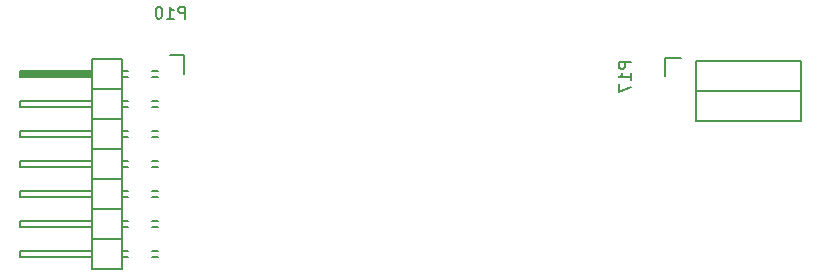
<source format=gbo>
G04 #@! TF.FileFunction,Legend,Bot*
%FSLAX46Y46*%
G04 Gerber Fmt 4.6, Leading zero omitted, Abs format (unit mm)*
G04 Created by KiCad (PCBNEW 4.0.5) date 01/04/17 16:34:07*
%MOMM*%
%LPD*%
G01*
G04 APERTURE LIST*
%ADD10C,0.100000*%
%ADD11C,0.150000*%
G04 APERTURE END LIST*
D10*
D11*
X112726000Y-89736000D02*
X113234000Y-89736000D01*
X112726000Y-90244000D02*
X113234000Y-90244000D01*
X112726000Y-87704000D02*
X113234000Y-87704000D01*
X112726000Y-87196000D02*
X113234000Y-87196000D01*
X112726000Y-85164000D02*
X113234000Y-85164000D01*
X112726000Y-84656000D02*
X113234000Y-84656000D01*
X112726000Y-74496000D02*
X113234000Y-74496000D01*
X112726000Y-75004000D02*
X113234000Y-75004000D01*
X112726000Y-77036000D02*
X113234000Y-77036000D01*
X112726000Y-77544000D02*
X113234000Y-77544000D01*
X112726000Y-82624000D02*
X113234000Y-82624000D01*
X112726000Y-82116000D02*
X113234000Y-82116000D01*
X112726000Y-80084000D02*
X113234000Y-80084000D01*
X112726000Y-79576000D02*
X113234000Y-79576000D01*
X110186000Y-89736000D02*
X110694000Y-89736000D01*
X110186000Y-90244000D02*
X110694000Y-90244000D01*
X110186000Y-87704000D02*
X110694000Y-87704000D01*
X110186000Y-87196000D02*
X110694000Y-87196000D01*
X110186000Y-85164000D02*
X110694000Y-85164000D01*
X110186000Y-84656000D02*
X110694000Y-84656000D01*
X110186000Y-74496000D02*
X110694000Y-74496000D01*
X110186000Y-75004000D02*
X110694000Y-75004000D01*
X110186000Y-77036000D02*
X110694000Y-77036000D01*
X110186000Y-77544000D02*
X110694000Y-77544000D01*
X110186000Y-82624000D02*
X110694000Y-82624000D01*
X110186000Y-82116000D02*
X110694000Y-82116000D01*
X110186000Y-80084000D02*
X110694000Y-80084000D01*
X110186000Y-79576000D02*
X110694000Y-79576000D01*
X114250000Y-73200000D02*
X115400000Y-73200000D01*
X115400000Y-73200000D02*
X115400000Y-74750000D01*
X107646000Y-74623000D02*
X101677000Y-74623000D01*
X101677000Y-74623000D02*
X101677000Y-74877000D01*
X101677000Y-74877000D02*
X107519000Y-74877000D01*
X107519000Y-74877000D02*
X107519000Y-74750000D01*
X107519000Y-74750000D02*
X101677000Y-74750000D01*
X110186000Y-83640000D02*
X107646000Y-83640000D01*
X110186000Y-83640000D02*
X110186000Y-86180000D01*
X110186000Y-86180000D02*
X107646000Y-86180000D01*
X107646000Y-84656000D02*
X101550000Y-84656000D01*
X101550000Y-84656000D02*
X101550000Y-85164000D01*
X101550000Y-85164000D02*
X107646000Y-85164000D01*
X107646000Y-86180000D02*
X107646000Y-83640000D01*
X107646000Y-88720000D02*
X107646000Y-86180000D01*
X101550000Y-87704000D02*
X107646000Y-87704000D01*
X101550000Y-87196000D02*
X101550000Y-87704000D01*
X107646000Y-87196000D02*
X101550000Y-87196000D01*
X110186000Y-88720000D02*
X107646000Y-88720000D01*
X110186000Y-86180000D02*
X110186000Y-88720000D01*
X110186000Y-86180000D02*
X107646000Y-86180000D01*
X107646000Y-91260000D02*
X107646000Y-88720000D01*
X101550000Y-90244000D02*
X107646000Y-90244000D01*
X101550000Y-89736000D02*
X101550000Y-90244000D01*
X107646000Y-89736000D02*
X101550000Y-89736000D01*
X110186000Y-91260000D02*
X107646000Y-91260000D01*
X110186000Y-88720000D02*
X110186000Y-91260000D01*
X110186000Y-88720000D02*
X107646000Y-88720000D01*
X110186000Y-78560000D02*
X107646000Y-78560000D01*
X110186000Y-78560000D02*
X110186000Y-81100000D01*
X110186000Y-81100000D02*
X107646000Y-81100000D01*
X107646000Y-79576000D02*
X101550000Y-79576000D01*
X101550000Y-79576000D02*
X101550000Y-80084000D01*
X101550000Y-80084000D02*
X107646000Y-80084000D01*
X107646000Y-81100000D02*
X107646000Y-78560000D01*
X107646000Y-83640000D02*
X107646000Y-81100000D01*
X101550000Y-82624000D02*
X107646000Y-82624000D01*
X101550000Y-82116000D02*
X101550000Y-82624000D01*
X107646000Y-82116000D02*
X101550000Y-82116000D01*
X110186000Y-83640000D02*
X107646000Y-83640000D01*
X110186000Y-81100000D02*
X110186000Y-83640000D01*
X110186000Y-81100000D02*
X107646000Y-81100000D01*
X110186000Y-76020000D02*
X107646000Y-76020000D01*
X110186000Y-76020000D02*
X110186000Y-78560000D01*
X110186000Y-78560000D02*
X107646000Y-78560000D01*
X107646000Y-77036000D02*
X101550000Y-77036000D01*
X101550000Y-77036000D02*
X101550000Y-77544000D01*
X101550000Y-77544000D02*
X107646000Y-77544000D01*
X107646000Y-78560000D02*
X107646000Y-76020000D01*
X107646000Y-76020000D02*
X107646000Y-73480000D01*
X101550000Y-75004000D02*
X107646000Y-75004000D01*
X101550000Y-74496000D02*
X101550000Y-75004000D01*
X107646000Y-74496000D02*
X101550000Y-74496000D01*
X110186000Y-76020000D02*
X107646000Y-76020000D01*
X110186000Y-73480000D02*
X110186000Y-76020000D01*
X110186000Y-73480000D02*
X107646000Y-73480000D01*
X167600000Y-78810000D02*
X158770000Y-78810000D01*
X167600000Y-76270000D02*
X167600000Y-78810000D01*
X158770000Y-76270000D02*
X167600000Y-76270000D01*
X158770000Y-76270000D02*
X158770000Y-78810000D01*
X158770000Y-73730000D02*
X158770000Y-76270000D01*
X156100000Y-75000000D02*
X156100000Y-73450000D01*
X156100000Y-73450000D02*
X157500000Y-73450000D01*
X158770000Y-73730000D02*
X167600000Y-73730000D01*
X167600000Y-73730000D02*
X167600000Y-76270000D01*
X167600000Y-76270000D02*
X158770000Y-76270000D01*
X115464286Y-70102381D02*
X115464286Y-69102381D01*
X115083333Y-69102381D01*
X114988095Y-69150000D01*
X114940476Y-69197619D01*
X114892857Y-69292857D01*
X114892857Y-69435714D01*
X114940476Y-69530952D01*
X114988095Y-69578571D01*
X115083333Y-69626190D01*
X115464286Y-69626190D01*
X113940476Y-70102381D02*
X114511905Y-70102381D01*
X114226191Y-70102381D02*
X114226191Y-69102381D01*
X114321429Y-69245238D01*
X114416667Y-69340476D01*
X114511905Y-69388095D01*
X113321429Y-69102381D02*
X113226190Y-69102381D01*
X113130952Y-69150000D01*
X113083333Y-69197619D01*
X113035714Y-69292857D01*
X112988095Y-69483333D01*
X112988095Y-69721429D01*
X113035714Y-69911905D01*
X113083333Y-70007143D01*
X113130952Y-70054762D01*
X113226190Y-70102381D01*
X113321429Y-70102381D01*
X113416667Y-70054762D01*
X113464286Y-70007143D01*
X113511905Y-69911905D01*
X113559524Y-69721429D01*
X113559524Y-69483333D01*
X113511905Y-69292857D01*
X113464286Y-69197619D01*
X113416667Y-69150000D01*
X113321429Y-69102381D01*
X153202381Y-73785714D02*
X152202381Y-73785714D01*
X152202381Y-74166667D01*
X152250000Y-74261905D01*
X152297619Y-74309524D01*
X152392857Y-74357143D01*
X152535714Y-74357143D01*
X152630952Y-74309524D01*
X152678571Y-74261905D01*
X152726190Y-74166667D01*
X152726190Y-73785714D01*
X153202381Y-75309524D02*
X153202381Y-74738095D01*
X153202381Y-75023809D02*
X152202381Y-75023809D01*
X152345238Y-74928571D01*
X152440476Y-74833333D01*
X152488095Y-74738095D01*
X152202381Y-75642857D02*
X152202381Y-76309524D01*
X153202381Y-75880952D01*
M02*

</source>
